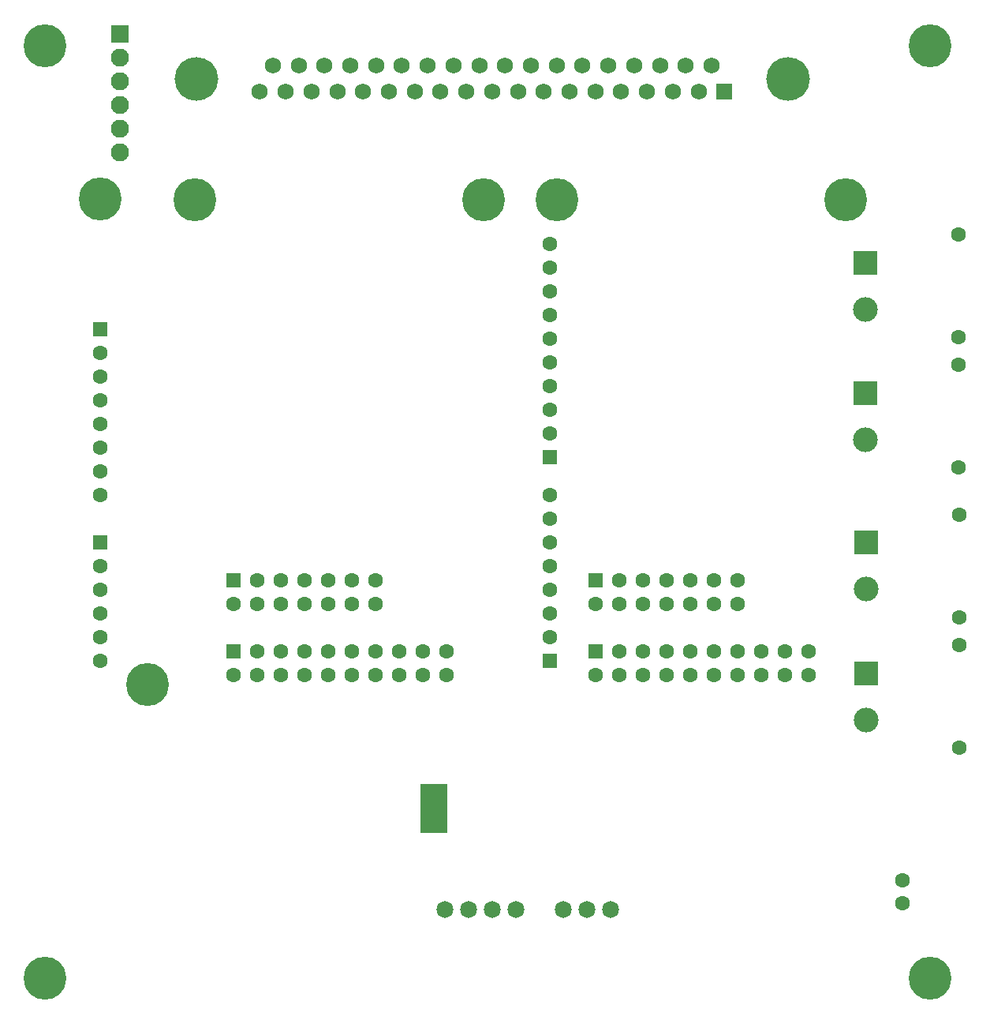
<source format=gbs>
G04*
G04 #@! TF.GenerationSoftware,Altium Limited,Altium Designer,20.2.3 (150)*
G04*
G04 Layer_Color=16711935*
%FSLAX25Y25*%
%MOIN*%
G70*
G04*
G04 #@! TF.SameCoordinates,55210B2D-0A46-486D-8559-DE1921E740DA*
G04*
G04*
G04 #@! TF.FilePolarity,Negative*
G04*
G01*
G75*
%ADD48C,0.06890*%
%ADD49C,0.18406*%
%ADD50R,0.06890X0.06890*%
%ADD51C,0.06331*%
%ADD52C,0.10433*%
%ADD53R,0.10433X0.10433*%
%ADD55C,0.06299*%
G04:AMPARAMS|DCode=56|XSize=62.99mil|YSize=62.99mil|CornerRadius=4.92mil|HoleSize=0mil|Usage=FLASHONLY|Rotation=0.000|XOffset=0mil|YOffset=0mil|HoleType=Round|Shape=RoundedRectangle|*
%AMROUNDEDRECTD56*
21,1,0.06299,0.05315,0,0,0.0*
21,1,0.05315,0.06299,0,0,0.0*
1,1,0.00984,0.02657,-0.02657*
1,1,0.00984,-0.02657,-0.02657*
1,1,0.00984,-0.02657,0.02657*
1,1,0.00984,0.02657,0.02657*
%
%ADD56ROUNDEDRECTD56*%
%ADD57C,0.06299*%
%ADD58R,0.06299X0.06299*%
%ADD59C,0.07638*%
%ADD60R,0.07638X0.07638*%
%ADD61C,0.18110*%
%ADD62C,0.07185*%
%ADD88R,0.11200X0.20600*%
D48*
X297066Y407900D02*
D03*
X128031Y419081D02*
D03*
X138936D02*
D03*
X149842D02*
D03*
X160747D02*
D03*
X171653D02*
D03*
X182558D02*
D03*
X193464D02*
D03*
X204369D02*
D03*
X215275D02*
D03*
X226180D02*
D03*
X237086D02*
D03*
X247991D02*
D03*
X258897D02*
D03*
X269802D02*
D03*
X280708D02*
D03*
X291613D02*
D03*
X302519D02*
D03*
X313424D02*
D03*
X122578Y407900D02*
D03*
X133484D02*
D03*
X144389D02*
D03*
X155295D02*
D03*
X166200D02*
D03*
X177105D02*
D03*
X188011D02*
D03*
X198916D02*
D03*
X209822D02*
D03*
X220728D02*
D03*
X231633D02*
D03*
X242539D02*
D03*
X253444D02*
D03*
X264350D02*
D03*
X275255D02*
D03*
X286161D02*
D03*
X307972D02*
D03*
D49*
X95728Y413490D02*
D03*
X345728D02*
D03*
D50*
X318877Y407900D02*
D03*
D51*
X418000Y229425D02*
D03*
Y186118D02*
D03*
Y174307D02*
D03*
Y131000D02*
D03*
X417900Y304328D02*
D03*
Y347635D02*
D03*
Y249210D02*
D03*
Y292517D02*
D03*
D52*
X378630Y197929D02*
D03*
Y142811D02*
D03*
X378530Y316139D02*
D03*
Y261021D02*
D03*
D53*
X378630Y217614D02*
D03*
Y162496D02*
D03*
X378530Y335824D02*
D03*
Y280706D02*
D03*
D55*
X324500Y191500D02*
D03*
Y201500D02*
D03*
X314500Y191500D02*
D03*
Y201500D02*
D03*
X304500Y191500D02*
D03*
Y201500D02*
D03*
X294500Y191500D02*
D03*
Y201500D02*
D03*
X284500Y191500D02*
D03*
Y201500D02*
D03*
X274500Y191500D02*
D03*
Y201500D02*
D03*
X264500Y191500D02*
D03*
Y161500D02*
D03*
X274500Y171500D02*
D03*
Y161500D02*
D03*
X284500Y171500D02*
D03*
Y161500D02*
D03*
X294500Y171500D02*
D03*
Y161500D02*
D03*
X304500Y171500D02*
D03*
Y161500D02*
D03*
X314500Y171500D02*
D03*
Y161500D02*
D03*
X324500Y171500D02*
D03*
Y161500D02*
D03*
X334500Y171500D02*
D03*
Y161500D02*
D03*
X344500Y171500D02*
D03*
Y161500D02*
D03*
X354500Y171500D02*
D03*
Y161500D02*
D03*
X201500D02*
D03*
Y171500D02*
D03*
X191500Y161500D02*
D03*
Y171500D02*
D03*
X181500Y161500D02*
D03*
Y171500D02*
D03*
X171500Y161500D02*
D03*
Y171500D02*
D03*
X161500Y161500D02*
D03*
Y171500D02*
D03*
X151500Y161500D02*
D03*
Y171500D02*
D03*
X141500Y161500D02*
D03*
Y171500D02*
D03*
X131500Y161500D02*
D03*
Y171500D02*
D03*
X121500Y161500D02*
D03*
Y171500D02*
D03*
X111500Y161500D02*
D03*
Y191500D02*
D03*
X121500Y201500D02*
D03*
Y191500D02*
D03*
X131500Y201500D02*
D03*
Y191500D02*
D03*
X141500Y201500D02*
D03*
Y191500D02*
D03*
X151500Y201500D02*
D03*
Y191500D02*
D03*
X161500Y201500D02*
D03*
Y191500D02*
D03*
X171500Y201500D02*
D03*
Y191500D02*
D03*
X394200Y75143D02*
D03*
Y65300D02*
D03*
D56*
X264500Y201500D02*
D03*
Y171500D02*
D03*
X111500D02*
D03*
Y201500D02*
D03*
D57*
X245200Y273500D02*
D03*
Y343500D02*
D03*
Y333500D02*
D03*
Y323500D02*
D03*
Y313500D02*
D03*
Y303500D02*
D03*
Y293500D02*
D03*
Y283500D02*
D03*
Y263500D02*
D03*
Y177500D02*
D03*
Y187500D02*
D03*
Y197500D02*
D03*
Y207500D02*
D03*
Y217500D02*
D03*
Y227500D02*
D03*
Y237500D02*
D03*
X55200Y297500D02*
D03*
Y287500D02*
D03*
Y277500D02*
D03*
Y267500D02*
D03*
Y257500D02*
D03*
Y247500D02*
D03*
Y237500D02*
D03*
Y167500D02*
D03*
Y177500D02*
D03*
Y187500D02*
D03*
Y197500D02*
D03*
Y207500D02*
D03*
D58*
X245200Y253500D02*
D03*
Y167500D02*
D03*
X55200Y307500D02*
D03*
Y217500D02*
D03*
D59*
X63500Y382300D02*
D03*
Y392300D02*
D03*
Y402300D02*
D03*
Y412300D02*
D03*
Y422300D02*
D03*
D60*
Y432300D02*
D03*
D61*
X370012Y362287D02*
D03*
X247965D02*
D03*
X217012D02*
D03*
X94965D02*
D03*
X55200Y362500D02*
D03*
X75200Y157500D02*
D03*
X31785Y33685D02*
D03*
X405915D02*
D03*
X405913Y427386D02*
D03*
X31784D02*
D03*
D62*
X200700Y62700D02*
D03*
X210700D02*
D03*
X220700D02*
D03*
X230700D02*
D03*
X250700D02*
D03*
X260700D02*
D03*
X270700D02*
D03*
D88*
X196186Y105294D02*
D03*
M02*

</source>
